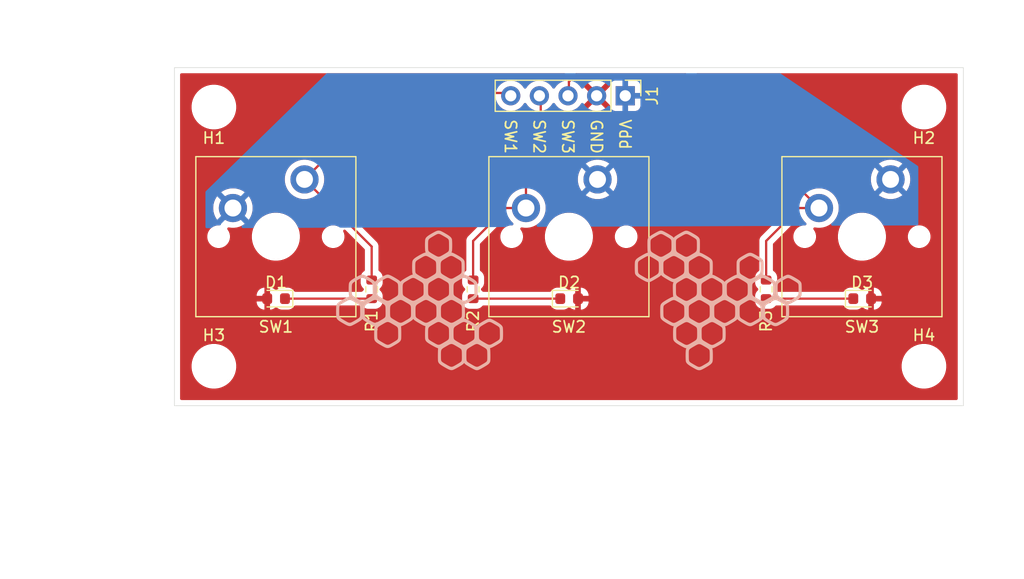
<source format=kicad_pcb>
(kicad_pcb (version 20241229) (generator "pcbnew") (generator_version "9.0")
  (layers (0 "F.Cu" signal) (2 "B.Cu" signal) (13 "F.Paste" user) (15 "B.Paste" user) (5 "F.SilkS" user "F.Silkscreen") (7 "B.SilkS" user "B.Silkscreen") (1 "F.Mask" user) (3 "B.Mask" user) (25 "Edge.Cuts" user))
  (net 0 "")
  (net 1 "Net-(D1-Pad1)")
  (net 2 "GND")
  (net 3 "Net-(D2-Pad1)")
  (net 4 "Net-(D3-Pad1)")
  (net 5 "Net-(J1-Vdd)")
  (net 6 "Net-(J1-SW2)")
  (net 7 "Net-(J1-SW1)")
  (net 8 "Net-(J1-SW3)")
  (footprint "Resistor_SMD:R_0603_1608Metric" (layer "F.Cu") (at 138 106.675 -90)
    (property "Reference" "R2" (at 2.825 0 90) (layer "F.SilkS"))
    (property "Value" "1k")
    (pad "1" smd roundrect (at -0.825 0 270) (size 0.8 0.95) (layers "F.Cu" "F.Mask" "F.Paste") (net 6 "Net-(J1-SW2)"))
    (pad "2" smd roundrect (at 0.825 0 270) (size 0.8 0.95) (layers "F.Cu" "F.Mask" "F.Paste") (net 3 "Net-(D2-Pad1)"))
  )
  (footprint "MountingHole:MountingHole_3.7mm" (layer "F.Cu") (at 115 90.5)
    (property "Reference" "H1" (at 0 2.75 0) (layer "F.SilkS"))
    (property "Value" "MountingHole")
    (pad "" np_thru_hole circle (at 0 0) (size 3.7 3.7) (drill 3.7) (layers "*.Cu" "*.Mask"))
  )
  (footprint "MountingHole:MountingHole_3.7mm" (layer "F.Cu") (at 178 113.5)
    (property "Reference" "H4" (at 0 -2.75 0) (layer "F.SilkS"))
    (property "Value" "MountingHole")
    (pad "" np_thru_hole circle (at 0 0) (size 3.7 3.7) (drill 3.7) (layers "*.Cu" "*.Mask"))
  )
  (footprint "MountingHole:MountingHole_3.7mm" (layer "F.Cu") (at 178 90.5)
    (property "Reference" "H2" (at 0 2.75 0) (layer "F.SilkS"))
    (property "Value" "MountingHole")
    (pad "" np_thru_hole circle (at 0 0) (size 3.7 3.7) (drill 3.7) (layers "*.Cu" "*.Mask"))
  )
  (footprint "Resistor_SMD:R_0603_1608Metric" (layer "F.Cu") (at 129 106.675 -90)
    (property "Reference" "R1" (at 2.825 0 90) (layer "F.SilkS"))
    (property "Value" "1k")
    (pad "1" smd roundrect (at -0.825 0 270) (size 0.8 0.95) (layers "F.Cu" "F.Mask" "F.Paste") (net 7 "Net-(J1-SW1)"))
    (pad "2" smd roundrect (at 0.825 0 270) (size 0.8 0.95) (layers "F.Cu" "F.Mask" "F.Paste") (net 1 "Net-(D1-Pad1)"))
  )
  (footprint "Resistor_SMD:R_0603_1608Metric" (layer "F.Cu") (at 164 106.675 -90)
    (property "Reference" "R3" (at 2.825 0 90) (layer "F.SilkS"))
    (property "Value" "1k")
    (pad "1" smd roundrect (at -0.825 0 270) (size 0.8 0.95) (layers "F.Cu" "F.Mask" "F.Paste") (net 8 "Net-(J1-SW3)"))
    (pad "2" smd roundrect (at 0.825 0 270) (size 0.8 0.95) (layers "F.Cu" "F.Mask" "F.Paste") (net 4 "Net-(D3-Pad1)"))
  )
  (footprint "switch_library:SW_Cherry_MX_PCB_1.00u_3D_Model" (layer "F.Cu") (at 172.5 102)
    (property "Reference" "SW3" (at 0 8 0) (layer "F.SilkS"))
    (property "Value" "SW_SPST")
    (pad "" np_thru_hole circle (at -5.08 0) (size 1.75 1.75) (drill 1.75) (layers "*.Cu" "*.Mask"))
    (pad "" np_thru_hole circle (at 0 0) (size 4 4) (drill 4) (layers "*.Cu" "*.Mask"))
    (pad "" np_thru_hole circle (at 5.08 0) (size 1.75 1.75) (drill 1.75) (layers "*.Cu" "*.Mask"))
    (pad "1" thru_hole circle (at -3.81 -2.54) (size 2.5 2.5) (drill 1.5) (layers "*.Cu" "*.Mask") (net 8 "Net-(J1-SW3)"))
    (pad "2" thru_hole circle (at 2.54 -5.08) (size 2.5 2.5) (drill 1.5) (layers "*.Cu" "*.Mask") (net 5 "Net-(J1-Vdd)"))
  )
  (footprint "LED_SMD:LED_0603_1608Metric" (layer "F.Cu") (at 120.52 107.5 180)
    (property "Reference" "D1" (at 0 1.43 0) (layer "F.SilkS"))
    (property "Value" "LTST-C191KFKT")
    (pad "1" smd roundrect (at -0.7875 0 180) (size 0.875 0.95) (layers "F.Cu" "F.Mask" "F.Paste") (net 1 "Net-(D1-Pad1)"))
    (pad "2" smd roundrect (at 0.7875 0 180) (size 0.875 0.95) (layers "F.Cu" "F.Mask" "F.Paste") (net 2 "GND"))
  )
  (footprint "switch_library:SW_Cherry_MX_PCB_1.00u_3D_Model" (layer "F.Cu") (at 120.5 102)
    (property "Reference" "SW1" (at 0 8 0) (layer "F.SilkS"))
    (property "Value" "SW_SPST")
    (pad "" np_thru_hole circle (at -5.08 0) (size 1.75 1.75) (drill 1.75) (layers "*.Cu" "*.Mask"))
    (pad "" np_thru_hole circle (at 0 0) (size 4 4) (drill 4) (layers "*.Cu" "*.Mask"))
    (pad "" np_thru_hole circle (at 5.08 0) (size 1.75 1.75) (drill 1.75) (layers "*.Cu" "*.Mask"))
    (pad "1" thru_hole circle (at -3.81 -2.54) (size 2.5 2.5) (drill 1.5) (layers "*.Cu" "*.Mask") (net 5 "Net-(J1-Vdd)"))
    (pad "2" thru_hole circle (at 2.54 -5.08) (size 2.5 2.5) (drill 1.5) (layers "*.Cu" "*.Mask") (net 7 "Net-(J1-SW1)"))
  )
  (footprint "Connector_PinHeader_2.54mm:PinHeader_1x05_P2.54mm_Vertical" (layer "F.Cu") (at 151.5 89.5 -90)
    (property "Reference" "J1" (at 0 -2.38 90) (layer "F.SilkS"))
    (property "Value" "B5B-XH-A_LF__SN_")
    (fp_text user "Vdd" (at 2 0.60175 270) (layer "F.SilkS") (effects (justify left bottom)))
    (fp_text user "GND" (at 2 3.14175 270) (layer "F.SilkS") (effects (justify left bottom)))
    (fp_text user "SW2" (at 2 8.22175 270) (layer "F.SilkS") (effects (justify left bottom)))
    (fp_text user "SW1" (at 2 10.76175 270) (layer "F.SilkS") (effects (justify left bottom)))
    (fp_text user "SW3" (at 2 5.68175 270) (layer "F.SilkS") (effects (justify left bottom)))
    (pad "1" thru_hole rect (at 0 0 270) (size 1.7 1.7) (drill 1) (layers "*.Cu" "*.Mask") (net 5 "Net-(J1-Vdd)"))
    (pad "2" thru_hole circle (at 0 2.54 270) (size 1.7 1.7) (drill 1) (layers "*.Cu" "*.Mask") (net 2 "GND"))
    (pad "3" thru_hole circle (at 0 5.08 270) (size 1.7 1.7) (drill 1) (layers "*.Cu" "*.Mask") (net 8 "Net-(J1-SW3)"))
    (pad "4" thru_hole circle (at 0 7.62 270) (size 1.7 1.7) (drill 1) (layers "*.Cu" "*.Mask") (net 6 "Net-(J1-SW2)"))
    (pad "5" thru_hole circle (at 0 10.16 270) (size 1.7 1.7) (drill 1) (layers "*.Cu" "*.Mask") (net 7 "Net-(J1-SW1)"))
  )
  (footprint "switch_library:SW_Cherry_MX_PCB_1.00u_3D_Model" (layer "F.Cu") (at 146.5 102)
    (property "Reference" "SW2" (at 0 8 0) (layer "F.SilkS"))
    (property "Value" "SW_SPST")
    (pad "" np_thru_hole circle (at -5.08 0) (size 1.75 1.75) (drill 1.75) (layers "*.Cu" "*.Mask"))
    (pad "" np_thru_hole circle (at 0 0) (size 4 4) (drill 4) (layers "*.Cu" "*.Mask"))
    (pad "" np_thru_hole circle (at 5.08 0) (size 1.75 1.75) (drill 1.75) (layers "*.Cu" "*.Mask"))
    (pad "1" thru_hole circle (at -3.81 -2.54) (size 2.5 2.5) (drill 1.5) (layers "*.Cu" "*.Mask") (net 6 "Net-(J1-SW2)"))
    (pad "2" thru_hole circle (at 2.54 -5.08) (size 2.5 2.5) (drill 1.5) (layers "*.Cu" "*.Mask") (net 5 "Net-(J1-Vdd)"))
  )
  (footprint "MountingHole:MountingHole_3.7mm" (layer "F.Cu") (at 115 113.5)
    (property "Reference" "H3" (at 0 -2.75 0) (layer "F.SilkS"))
    (property "Value" "MountingHole")
    (pad "" np_thru_hole circle (at 0 0) (size 3.7 3.7) (drill 3.7) (layers "*.Cu" "*.Mask"))
  )
  (footprint "LED_SMD:LED_0603_1608Metric" (layer "F.Cu") (at 172.52 107.5)
    (property "Reference" "D3" (at 0 -1.43 0) (layer "F.SilkS"))
    (property "Value" "LTST-C191KFKT")
    (pad "1" smd roundrect (at -0.7875 0) (size 0.875 0.95) (layers "F.Cu" "F.Mask" "F.Paste") (net 4 "Net-(D3-Pad1)"))
    (pad "2" smd roundrect (at 0.7875 0) (size 0.875 0.95) (layers "F.Cu" "F.Mask" "F.Paste") (net 2 "GND"))
  )
  (footprint "LED_SMD:LED_0603_1608Metric" (layer "F.Cu") (at 146.52 107.5)
    (property "Reference" "D2" (at 0 -1.43 0) (layer "F.SilkS"))
    (property "Value" "LTST-C191KFKT")
    (pad "1" smd roundrect (at -0.7875 0) (size 0.875 0.95) (layers "F.Cu" "F.Mask" "F.Paste") (net 3 "Net-(D2-Pad1)"))
    (pad "2" smd roundrect (at 0.7875 0) (size 0.875 0.95) (layers "F.Cu" "F.Mask" "F.Paste") (net 2 "GND"))
  )
  (footprint "silkscreen:honeycomb_hex_round" (layer "B.Cu") (at 133.25 107.75 180)
    (property "Reference" "G***" (hide yes))
    (property "Value" "LOGO" (hide yes))
  )
  (footprint "silkscreen:honeycomb_hex_round" (layer "B.Cu") (at 159.75 107.562123)
    (property "Reference" "G***" (hide yes))
    (property "Value" "LOGO" (hide yes))
  )
  (gr_rect (start 111.5 87) (end 181.5 117) (stroke (width 0.05)) (fill no) (layer "Edge.Cuts"))
  (segment (start 121.3075 107.5) (end 129 107.5) (width 0.2) (layer "F.Cu") (net 1))
  (segment (start 145.7325 107.5) (end 138 107.5) (width 0.2) (layer "F.Cu") (net 3))
  (segment (start 171.7325 107.5) (end 164 107.5) (width 0.2) (layer "F.Cu") (net 4))
  (segment (start 140.922234 99.46) (end 142.69 99.46) (width 0.2) (layer "F.Cu") (net 6))
  (segment (start 142.69 94.31) (end 144 93) (width 0.2) (layer "F.Cu") (net 6))
  (segment (start 144 93) (end 144 89.25) (width 0.2) (layer "F.Cu") (net 6))
  (segment (start 138 102.382234) (end 140.922234 99.46) (width 0.2) (layer "F.Cu") (net 6))
  (segment (start 142.69 99.46) (end 142.69 94.31) (width 0.2) (layer "F.Cu") (net 6))
  (segment (start 138 105.85) (end 138 102.382234) (width 0.2) (layer "F.Cu") (net 6))
  (segment (start 123.04 96.92) (end 130.71 89.25) (width 0.2) (layer "F.Cu") (net 7))
  (segment (start 130.71 89.25) (end 141.5 89.25) (width 0.2) (layer "F.Cu") (net 7))
  (segment (start 129 102.88) (end 123.04 96.92) (width 0.2) (layer "F.Cu") (net 7))
  (segment (start 129 105.85) (end 129 102.88) (width 0.2) (layer "F.Cu") (net 7))
  (segment (start 164 102.382234) (end 166.922234 99.46) (width 0.2) (layer "F.Cu") (net 8))
  (segment (start 147.149 87.601) (end 146.5 88.25) (width 0.2) (layer "F.Cu") (net 8))
  (segment (start 164 105.85) (end 164 102.382234) (width 0.2) (layer "F.Cu") (net 8))
  (segment (start 166.922234 99.46) (end 168.69 99.46) (width 0.2) (layer "F.Cu") (net 8))
  (segment (start 156.831 87.601) (end 147.149 87.601) (width 0.2) (layer "F.Cu") (net 8))
  (segment (start 168.69 99.46) (end 156.831 87.601) (width 0.2) (layer "F.Cu") (net 8))
  (segment (start 146.5 88.25) (end 146.5 89.25) (width 0.2) (layer "F.Cu") (net 8))
  (zone (net 2) (net_name "GND") (layer "F.Cu") (name "GND") (connect_pads (clearance 0.5)) (min_thickness 0.25) (fill yes (thermal_gap 0.5) (thermal_bridge_width 0.5))
    (polygon (pts (xy 111.5 117) (xy 181.5 117) (xy 181.5 87) (xy 111.5 87)))
  )
  (zone (net 5) (net_name "Net-(J1-Vdd)") (layer "B.Cu") (name "Vdd") (priority 1) (connect_pads (clearance 0.5)) (min_thickness 0.25) (fill yes (thermal_gap 0.5) (thermal_bridge_width 0.5) (island_removal_mode 1) (island_area_min 10))
    (polygon (pts (xy 164.5 87) (xy 177.5 95.75) (xy 177.5 101) (xy 114.25 101.25) (xy 114.25 98) (xy 124.75 87.75) (xy 125.5 87) (xy 125.75 87)))
  )
)
</source>
